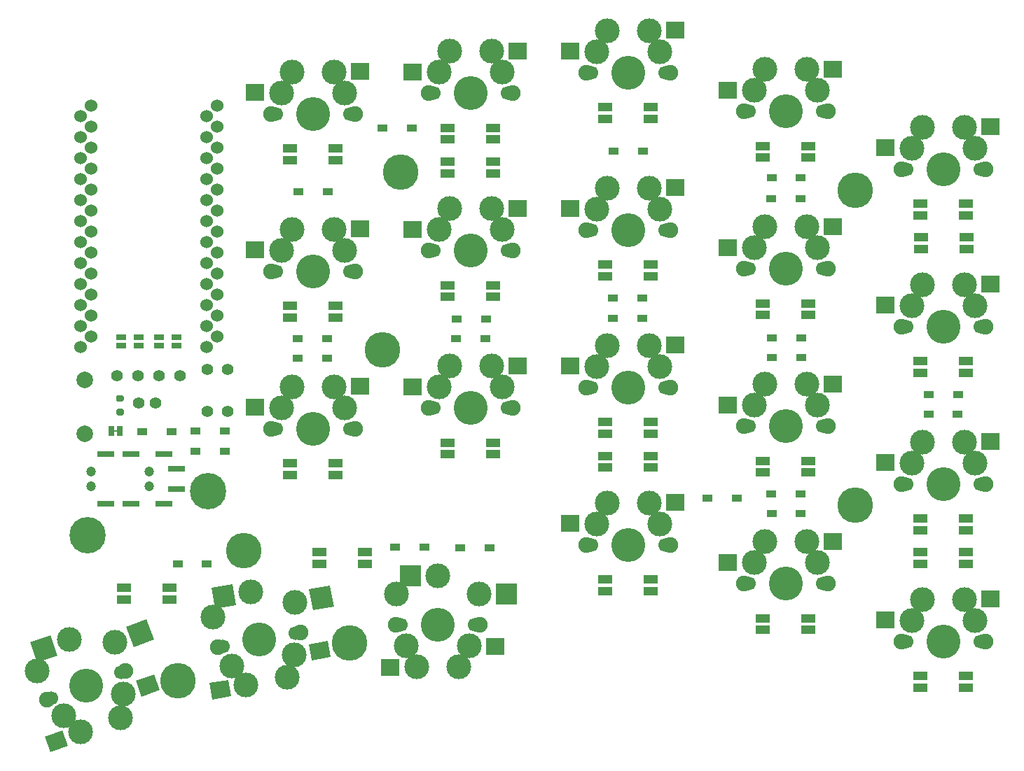
<source format=gbs>
G04 #@! TF.GenerationSoftware,KiCad,Pcbnew,(5.1.10)-1*
G04 #@! TF.CreationDate,2021-12-24T05:38:29+09:00*
G04 #@! TF.ProjectId,keyball39_Left,6b657962-616c-46c3-9339-5f4c6566742e,rev?*
G04 #@! TF.SameCoordinates,Original*
G04 #@! TF.FileFunction,Soldermask,Bot*
G04 #@! TF.FilePolarity,Negative*
%FSLAX46Y46*%
G04 Gerber Fmt 4.6, Leading zero omitted, Abs format (unit mm)*
G04 Created by KiCad (PCBNEW (5.1.10)-1) date 2021-12-24 05:38:29*
%MOMM*%
%LPD*%
G01*
G04 APERTURE LIST*
%ADD10C,1.524000*%
%ADD11C,1.397000*%
%ADD12C,4.400000*%
%ADD13C,4.300000*%
%ADD14C,1.200000*%
%ADD15R,2.100000X0.800000*%
%ADD16R,1.143000X0.635000*%
%ADD17R,0.635000X1.143000*%
%ADD18R,0.381000X0.250000*%
%ADD19R,1.700000X1.000000*%
%ADD20R,2.300000X2.000000*%
%ADD21C,3.000000*%
%ADD22C,4.100000*%
%ADD23C,1.900000*%
%ADD24C,1.700000*%
%ADD25R,2.600000X2.600000*%
%ADD26C,0.100000*%
%ADD27C,2.000000*%
%ADD28R,1.300000X0.950000*%
G04 APERTURE END LIST*
D10*
X109379000Y-62475000D03*
X109379000Y-65015000D03*
X109379000Y-67555000D03*
X109379000Y-70095000D03*
X109379000Y-72635000D03*
X109379000Y-75175000D03*
X109379000Y-77715000D03*
X109379000Y-80255000D03*
X109379000Y-82795000D03*
X109379000Y-85335000D03*
X109379000Y-87875000D03*
X109379000Y-90415000D03*
X94139000Y-90415000D03*
X94139000Y-87875000D03*
X94139000Y-85335000D03*
X94139000Y-82795000D03*
X94139000Y-80255000D03*
X94139000Y-77715000D03*
X94139000Y-75175000D03*
X94139000Y-72635000D03*
X94139000Y-70095000D03*
X94139000Y-67555000D03*
X94139000Y-65015000D03*
X94139000Y-62475000D03*
X110685400Y-61205000D03*
X110685400Y-63745000D03*
X110685400Y-66285000D03*
X110685400Y-68825000D03*
X110685400Y-71365000D03*
X110685400Y-73905000D03*
X110685400Y-76445000D03*
X110685400Y-78985000D03*
X110685400Y-81525000D03*
X110685400Y-84065000D03*
X110685400Y-86605000D03*
X110685400Y-89145000D03*
X95465400Y-89145000D03*
X95465400Y-86605000D03*
X95465400Y-84065000D03*
X95465400Y-81525000D03*
X95465400Y-78985000D03*
X95465400Y-76445000D03*
X95465400Y-73905000D03*
X95465400Y-71365000D03*
X95465400Y-68825000D03*
X95465400Y-66285000D03*
X95465400Y-63745000D03*
X95465400Y-61205000D03*
D11*
X98585000Y-93955000D03*
X101125000Y-93955000D03*
X103665000Y-93955000D03*
X106205000Y-93955000D03*
D12*
X94988600Y-113193000D03*
X109589000Y-107880000D03*
D13*
X132885000Y-69255100D03*
X130685000Y-90805100D03*
X187835000Y-109555000D03*
X113853000Y-115120000D03*
X187835000Y-71455100D03*
X126644000Y-126289000D03*
D14*
X102425000Y-107285000D03*
X95425000Y-107285000D03*
D15*
X104225000Y-109385000D03*
X105725000Y-105185000D03*
X97225000Y-109385000D03*
X100225000Y-109385000D03*
D14*
X95425000Y-105535000D03*
X102425000Y-105535000D03*
D15*
X97225000Y-103435000D03*
X100225000Y-103435000D03*
X104225000Y-103435000D03*
X105725000Y-107635000D03*
D16*
X99059600Y-90280480D03*
X99059600Y-89279720D03*
X101160000Y-89279720D03*
X101160000Y-90280480D03*
X103660000Y-90280480D03*
X103660000Y-89279720D03*
X105760000Y-89279720D03*
X105760000Y-90280480D03*
D17*
X98889980Y-100640000D03*
X97889220Y-100640000D03*
D18*
X98389600Y-100640000D03*
D19*
X163110000Y-61430100D03*
X157610000Y-62830100D03*
X163110000Y-62830100D03*
X157610000Y-61430100D03*
X163110000Y-80480100D03*
X157610000Y-81880100D03*
X163110000Y-81880100D03*
X157610000Y-80480100D03*
X157610000Y-99530000D03*
X163110000Y-100930000D03*
X157610000Y-100930000D03*
X163110000Y-99530000D03*
X157610000Y-118580000D03*
X163110000Y-119980000D03*
X157610000Y-119980000D03*
X163110000Y-118580000D03*
X182160000Y-66130100D03*
X176660000Y-67530100D03*
X182160000Y-67530100D03*
X176660000Y-66130100D03*
X176660000Y-85180100D03*
X182160000Y-86580100D03*
X176660000Y-86580100D03*
X182160000Y-85180100D03*
X182160000Y-104230000D03*
X176660000Y-105630000D03*
X182160000Y-105630000D03*
X176660000Y-104230000D03*
X176660000Y-123280000D03*
X182160000Y-124680000D03*
X176660000Y-124680000D03*
X182160000Y-123280000D03*
X201210000Y-73130100D03*
X195710000Y-74530100D03*
X201210000Y-74530100D03*
X195710000Y-73130100D03*
X195710000Y-92180100D03*
X201210000Y-93580100D03*
X195710000Y-93580100D03*
X201210000Y-92180100D03*
X195710000Y-111230000D03*
X201210000Y-112630000D03*
X195710000Y-112630000D03*
X201210000Y-111230000D03*
X201210000Y-130280000D03*
X195710000Y-131680000D03*
X201210000Y-131680000D03*
X195710000Y-130280000D03*
D11*
X103240000Y-97220100D03*
X101190000Y-97220100D03*
X111950000Y-98210100D03*
X111950000Y-93130100D03*
X109510000Y-93170100D03*
X109510000Y-98250100D03*
G36*
G01*
X98644600Y-96265100D02*
X99194600Y-96265100D01*
G75*
G02*
X99394600Y-96465100I0J-200000D01*
G01*
X99394600Y-96865100D01*
G75*
G02*
X99194600Y-97065100I-200000J0D01*
G01*
X98644600Y-97065100D01*
G75*
G02*
X98444600Y-96865100I0J200000D01*
G01*
X98444600Y-96465100D01*
G75*
G02*
X98644600Y-96265100I200000J0D01*
G01*
G37*
G36*
G01*
X98644600Y-97915100D02*
X99194600Y-97915100D01*
G75*
G02*
X99394600Y-98115100I0J-200000D01*
G01*
X99394600Y-98515100D01*
G75*
G02*
X99194600Y-98715100I-200000J0D01*
G01*
X98644600Y-98715100D01*
G75*
G02*
X98444600Y-98515100I0J200000D01*
G01*
X98444600Y-98115100D01*
G75*
G02*
X98644600Y-97915100I200000J0D01*
G01*
G37*
D20*
X191460000Y-66350100D03*
D21*
X194650000Y-66390100D03*
X195920000Y-63850100D03*
X202270000Y-66390099D03*
X201000000Y-63850100D03*
D22*
X198460000Y-68930100D03*
D23*
X203540000Y-68930100D03*
X193380000Y-68930100D03*
D20*
X204160000Y-63810100D03*
D24*
X193960000Y-68930100D03*
X202960000Y-68930100D03*
D20*
X172410000Y-59350100D03*
D21*
X175600000Y-59390100D03*
X176870000Y-56850100D03*
X183220000Y-59390099D03*
X181950000Y-56850100D03*
D22*
X179410000Y-61930100D03*
D23*
X184490000Y-61930100D03*
X174330000Y-61930100D03*
D20*
X185110000Y-56810100D03*
D24*
X174910000Y-61930100D03*
X183910000Y-61930100D03*
D20*
X153360000Y-54650100D03*
D21*
X156550000Y-54690100D03*
X157820000Y-52150100D03*
X164170000Y-54690099D03*
X162900000Y-52150100D03*
D22*
X160360000Y-57230100D03*
D23*
X165440000Y-57230100D03*
X155280000Y-57230100D03*
D20*
X166060000Y-52110100D03*
D24*
X155860000Y-57230100D03*
X164860000Y-57230100D03*
X145810000Y-59730100D03*
X136810000Y-59730100D03*
D20*
X147010000Y-54610100D03*
D23*
X136230000Y-59730100D03*
X146390000Y-59730100D03*
D22*
X141310000Y-59730100D03*
D21*
X143850000Y-54650100D03*
X145120000Y-57190099D03*
X138770000Y-54650100D03*
X137500000Y-57190100D03*
D20*
X134310000Y-57150100D03*
X115260000Y-59650100D03*
D21*
X118450000Y-59690100D03*
X119720000Y-57150100D03*
X126070000Y-59690099D03*
X124800000Y-57150100D03*
D22*
X122260000Y-62230100D03*
D23*
X127340000Y-62230100D03*
X117180000Y-62230100D03*
D20*
X127960000Y-57110100D03*
D24*
X117760000Y-62230100D03*
X126760000Y-62230100D03*
X202960000Y-87980100D03*
X193960000Y-87980100D03*
D20*
X204160000Y-82860100D03*
D23*
X193380000Y-87980100D03*
X203540000Y-87980100D03*
D22*
X198460000Y-87980100D03*
D21*
X201000000Y-82900100D03*
X202270000Y-85440099D03*
X195920000Y-82900100D03*
X194650000Y-85440100D03*
D20*
X191460000Y-85400100D03*
D24*
X183910000Y-80980100D03*
X174910000Y-80980100D03*
D20*
X185110000Y-75860100D03*
D23*
X174330000Y-80980100D03*
X184490000Y-80980100D03*
D22*
X179410000Y-80980100D03*
D21*
X181950000Y-75900100D03*
X183220000Y-78440099D03*
X176870000Y-75900100D03*
X175600000Y-78440100D03*
D20*
X172410000Y-78400100D03*
D24*
X164860000Y-76280100D03*
X155860000Y-76280100D03*
D20*
X166060000Y-71160100D03*
D23*
X155280000Y-76280100D03*
X165440000Y-76280100D03*
D22*
X160360000Y-76280100D03*
D21*
X162900000Y-71200100D03*
X164170000Y-73740099D03*
X157820000Y-71200100D03*
X156550000Y-73740100D03*
D20*
X153360000Y-73700100D03*
X134310000Y-76200100D03*
D21*
X137500000Y-76240100D03*
X138770000Y-73700100D03*
X145120000Y-76240099D03*
X143850000Y-73700100D03*
D22*
X141310000Y-78780100D03*
D23*
X146390000Y-78780100D03*
X136230000Y-78780100D03*
D20*
X147010000Y-73660100D03*
D24*
X136810000Y-78780100D03*
X145810000Y-78780100D03*
X126760000Y-81280100D03*
X117760000Y-81280100D03*
D20*
X127960000Y-76160100D03*
D23*
X117180000Y-81280100D03*
X127340000Y-81280100D03*
D22*
X122260000Y-81280100D03*
D21*
X124800000Y-76200100D03*
X126070000Y-78740099D03*
X119720000Y-76200100D03*
X118450000Y-78740100D03*
D20*
X115260000Y-78700100D03*
D24*
X202960000Y-107030000D03*
X193960000Y-107030000D03*
D20*
X204160000Y-101910000D03*
D23*
X193380000Y-107030000D03*
X203540000Y-107030000D03*
D22*
X198460000Y-107030000D03*
D21*
X201000000Y-101950000D03*
X202270000Y-104489999D03*
X195920000Y-101950000D03*
X194650000Y-104490000D03*
D20*
X191460000Y-104450000D03*
X172410000Y-97450000D03*
D21*
X175600000Y-97490000D03*
X176870000Y-94950000D03*
X183220000Y-97489999D03*
X181950000Y-94950000D03*
D22*
X179410000Y-100030000D03*
D23*
X184490000Y-100030000D03*
X174330000Y-100030000D03*
D20*
X185110000Y-94910000D03*
D24*
X174910000Y-100030000D03*
X183910000Y-100030000D03*
D20*
X153360000Y-92750100D03*
D21*
X156550000Y-92790100D03*
X157820000Y-90250100D03*
X164170000Y-92790099D03*
X162900000Y-90250100D03*
D22*
X160360000Y-95330100D03*
D23*
X165440000Y-95330100D03*
X155280000Y-95330100D03*
D20*
X166060000Y-90210100D03*
D24*
X155860000Y-95330100D03*
X164860000Y-95330100D03*
X145810000Y-97830100D03*
X136810000Y-97830100D03*
D20*
X147010000Y-92710100D03*
D23*
X136230000Y-97830100D03*
X146390000Y-97830100D03*
D22*
X141310000Y-97830100D03*
D21*
X143850000Y-92750100D03*
X145120000Y-95290099D03*
X138770000Y-92750100D03*
X137500000Y-95290100D03*
D20*
X134310000Y-95250100D03*
X115260000Y-97750000D03*
D21*
X118450000Y-97790000D03*
X119720000Y-95250000D03*
X126070000Y-97789999D03*
X124800000Y-95250000D03*
D22*
X122260000Y-100330000D03*
D23*
X127340000Y-100330000D03*
X117180000Y-100330000D03*
D20*
X127960000Y-95210000D03*
D24*
X117760000Y-100330000D03*
X126760000Y-100330000D03*
D20*
X191460000Y-123500000D03*
D21*
X194650000Y-123540000D03*
X195920000Y-121000000D03*
X202270000Y-123539999D03*
X201000000Y-121000000D03*
D22*
X198460000Y-126080000D03*
D23*
X203540000Y-126080000D03*
X193380000Y-126080000D03*
D20*
X204160000Y-120960000D03*
D24*
X193960000Y-126080000D03*
X202960000Y-126080000D03*
X183910000Y-119080000D03*
X174910000Y-119080000D03*
D20*
X185110000Y-113960000D03*
D23*
X174330000Y-119080000D03*
X184490000Y-119080000D03*
D22*
X179410000Y-119080000D03*
D21*
X181950000Y-114000000D03*
X183220000Y-116539999D03*
X176870000Y-114000000D03*
X175600000Y-116540000D03*
D20*
X172410000Y-116500000D03*
D21*
X141120000Y-126620000D03*
D20*
X144310000Y-126660000D03*
D21*
X139850000Y-129160000D03*
D24*
X132810000Y-124080000D03*
D23*
X142390000Y-124080000D03*
D22*
X137310000Y-124080000D03*
D20*
X131610000Y-129200000D03*
D21*
X133500000Y-126620001D03*
D23*
X132230000Y-124080000D03*
D24*
X141810000Y-124080000D03*
D21*
X134770000Y-129160000D03*
X132310000Y-120380000D03*
X137310000Y-118180000D03*
X137310000Y-118180000D03*
X142310000Y-120380000D03*
D25*
X134010000Y-118180000D03*
X145610000Y-120380000D03*
D26*
G36*
X122227899Y-122298924D02*
G01*
X121776413Y-119738424D01*
X124336913Y-119286938D01*
X124788399Y-121847438D01*
X122227899Y-122298924D01*
G37*
G36*
X110422103Y-122146666D02*
G01*
X109970617Y-119586166D01*
X112531117Y-119134680D01*
X112982603Y-121695180D01*
X110422103Y-122146666D01*
G37*
D21*
X120032541Y-121365970D03*
X114726476Y-120067634D03*
X114726476Y-120067634D03*
X110184463Y-123102452D03*
X114131721Y-131321890D03*
D24*
X120182635Y-125096583D03*
D23*
X110748177Y-126760133D03*
D21*
X112439949Y-129041012D03*
D26*
G36*
X110067793Y-133094513D02*
G01*
X109720497Y-131124898D01*
X111985555Y-130725507D01*
X112332851Y-132695122D01*
X110067793Y-133094513D01*
G37*
D22*
X115751000Y-125878000D03*
D23*
X120753823Y-124995867D03*
D24*
X111319365Y-126659417D03*
D21*
X119134544Y-130439757D03*
D26*
G36*
X122133786Y-128387770D02*
G01*
X121786490Y-126418155D01*
X124051548Y-126018764D01*
X124398844Y-127988379D01*
X122133786Y-128387770D01*
G37*
D21*
X119944184Y-127717812D03*
X99280760Y-132477723D03*
D26*
G36*
X101553434Y-132757282D02*
G01*
X100869393Y-130877897D01*
X103030686Y-130091250D01*
X103714727Y-131970635D01*
X101553434Y-132757282D01*
G37*
D21*
X98956082Y-135298907D03*
D24*
X90603183Y-132933091D03*
D23*
X99605439Y-129656538D03*
D22*
X94831800Y-131394000D03*
D26*
G36*
X90488069Y-139487757D02*
G01*
X89804028Y-137608372D01*
X91965321Y-136821725D01*
X92649362Y-138701110D01*
X90488069Y-139487757D01*
G37*
D21*
X92120303Y-135083917D03*
D23*
X90058161Y-133131462D03*
D24*
X99060417Y-129854909D03*
D21*
X94182443Y-137036370D03*
X88867862Y-129627238D03*
X92813881Y-125849814D03*
X92813881Y-125849814D03*
X98264789Y-126207037D03*
D26*
G36*
X88935922Y-128644707D02*
G01*
X88046669Y-126201506D01*
X90489870Y-125312253D01*
X91379123Y-127755454D01*
X88935922Y-128644707D01*
G37*
G36*
X100588800Y-126744597D02*
G01*
X99699547Y-124301396D01*
X102142748Y-123412143D01*
X103032001Y-125855344D01*
X100588800Y-126744597D01*
G37*
D27*
X94625000Y-94435000D03*
X94625000Y-100935000D03*
D28*
X177675000Y-72470100D03*
X181225000Y-72470100D03*
X181235000Y-70000100D03*
X177685000Y-70000100D03*
X162135000Y-66740100D03*
X158585000Y-66740100D03*
X130635000Y-63960100D03*
X134185000Y-63960100D03*
X124065000Y-71680100D03*
X120515000Y-71680100D03*
X111565000Y-100610000D03*
X108015000Y-100610000D03*
X200215000Y-96190100D03*
X196665000Y-96190100D03*
X177695000Y-89330100D03*
X181245000Y-89330100D03*
X158535000Y-84560100D03*
X162085000Y-84560100D03*
X143145000Y-87080100D03*
X139595000Y-87080100D03*
X123965000Y-89420100D03*
X120415000Y-89420100D03*
X108015000Y-103060000D03*
X111565000Y-103060000D03*
X196645000Y-98570100D03*
X200195000Y-98570100D03*
X181255000Y-91720100D03*
X177705000Y-91720100D03*
X162055000Y-86940100D03*
X158505000Y-86940100D03*
X139545000Y-89450100D03*
X143095000Y-89450100D03*
X120435000Y-91830100D03*
X123985000Y-91830100D03*
X101615000Y-100680000D03*
X105165000Y-100680000D03*
X181225000Y-108260000D03*
X177675000Y-108260000D03*
X177685000Y-110600000D03*
X181235000Y-110600000D03*
X169935000Y-108700000D03*
X173485000Y-108700000D03*
X143615000Y-114710000D03*
X140065000Y-114710000D03*
X132145000Y-114700000D03*
X135695000Y-114700000D03*
X109435000Y-116690000D03*
X105885000Y-116690000D03*
D13*
X105889000Y-130868000D03*
D20*
X153360000Y-111800000D03*
D21*
X156550000Y-111840000D03*
X157820000Y-109300000D03*
X164170000Y-111839999D03*
X162900000Y-109300000D03*
D22*
X160360000Y-114380000D03*
D23*
X165440000Y-114380000D03*
X155280000Y-114380000D03*
D20*
X166060000Y-109260000D03*
D24*
X155860000Y-114380000D03*
X164860000Y-114380000D03*
D19*
X119510000Y-66430100D03*
X125010000Y-67830100D03*
X119510000Y-67830100D03*
X125010000Y-66430100D03*
X125010000Y-85480100D03*
X119510000Y-86880100D03*
X125010000Y-86880100D03*
X119510000Y-85480100D03*
X119510000Y-104530000D03*
X125010000Y-105930000D03*
X119510000Y-105930000D03*
X125010000Y-104530000D03*
X144060000Y-63930100D03*
X138560000Y-65330100D03*
X144060000Y-65330100D03*
X138560000Y-63930100D03*
X138560000Y-82980100D03*
X144060000Y-84380100D03*
X138560000Y-84380100D03*
X144060000Y-82980100D03*
X144060000Y-102030000D03*
X138560000Y-103430000D03*
X144060000Y-103430000D03*
X138560000Y-102030000D03*
X144060000Y-69450100D03*
X138560000Y-68050100D03*
X144060000Y-68050100D03*
X138560000Y-69450100D03*
X195720000Y-78570100D03*
X201220000Y-77170100D03*
X195720000Y-77170100D03*
X201220000Y-78570100D03*
X201200000Y-116670000D03*
X195700000Y-115270000D03*
X201200000Y-115270000D03*
X195700000Y-116670000D03*
X157610000Y-105020000D03*
X163110000Y-103620000D03*
X157610000Y-103620000D03*
X163110000Y-105020000D03*
X123030000Y-116660000D03*
X128530000Y-115260000D03*
X123030000Y-115260000D03*
X128530000Y-116660000D03*
X104940000Y-121000000D03*
X99440000Y-119600000D03*
X104940000Y-119600000D03*
X99440000Y-121000000D03*
M02*

</source>
